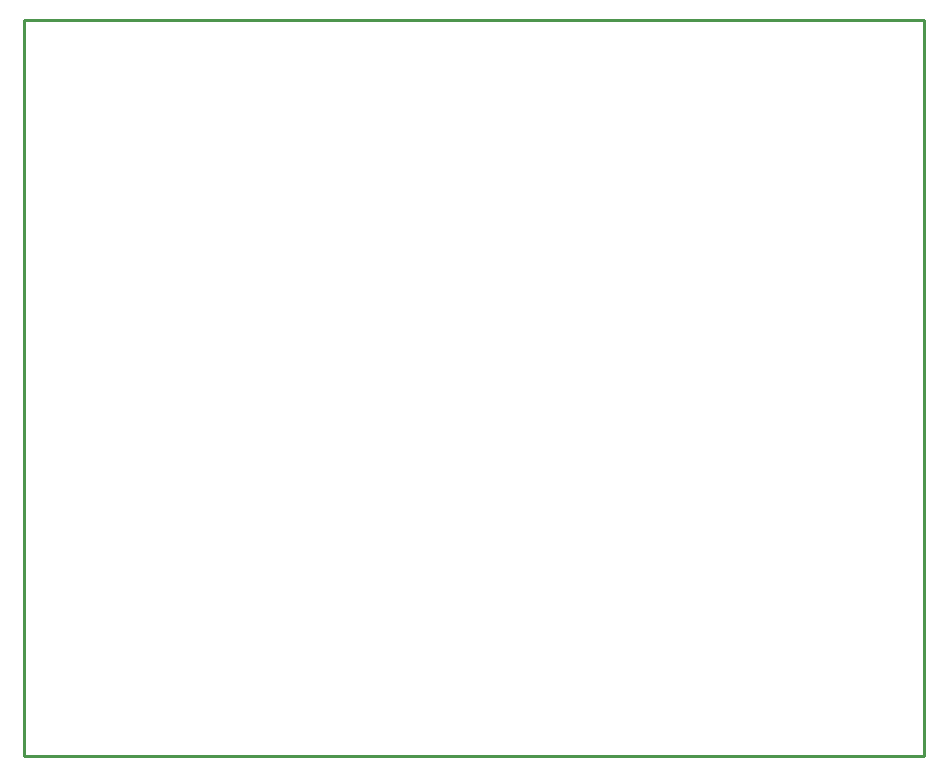
<source format=gko>
%FSLAX42Y42*%
%MOMM*%
G71*
G01*
G75*
G04 Layer_Color=16711935*
%ADD10R,1.30X1.50*%
%ADD11R,1.00X1.10*%
%ADD12R,1.10X1.00*%
%ADD13O,2.20X0.60*%
%ADD14R,1.50X1.30*%
%ADD15R,1.40X3.00*%
%ADD16R,3.00X1.40*%
%ADD17O,1.00X3.20*%
%ADD18R,1.00X3.20*%
%ADD19R,2.00X1.10*%
%ADD20R,6.00X2.00*%
%ADD21R,2.00X6.00*%
%ADD22R,0.80X2.00*%
%ADD23R,1.75X3.50*%
%ADD24R,1.75X1.10*%
%ADD25R,1.75X1.10*%
%ADD26R,2.30X2.30*%
%ADD27R,0.90X0.95*%
%ADD28R,0.90X0.95*%
%ADD29R,0.65X1.10*%
%ADD30R,0.55X1.45*%
%ADD31R,0.55X1.45*%
%ADD32R,1.00X1.00*%
%ADD33R,3.30X1.40*%
%ADD34C,1.00*%
%ADD35R,1.20X0.23*%
%ADD36C,0.40*%
%ADD37C,0.45*%
%ADD38C,0.25*%
%ADD39C,0.60*%
%ADD40C,0.25*%
%ADD41C,0.30*%
%ADD42C,1.52*%
%ADD43C,3.22*%
%ADD44C,1.68*%
%ADD45C,1.50*%
%ADD46R,1.50X1.50*%
%ADD47R,1.50X1.50*%
%ADD48C,1.85*%
%ADD49R,1.85X1.85*%
G04:AMPARAMS|DCode=50|XSize=1.25mm|YSize=2mm|CornerRadius=0.31mm|HoleSize=0mm|Usage=FLASHONLY|Rotation=270.000|XOffset=0mm|YOffset=0mm|HoleType=Round|Shape=RoundedRectangle|*
%AMROUNDEDRECTD50*
21,1,1.25,1.38,0,0,270.0*
21,1,0.63,2.00,0,0,270.0*
1,1,0.63,-0.69,-0.31*
1,1,0.63,-0.69,0.31*
1,1,0.63,0.69,0.31*
1,1,0.63,0.69,-0.31*
%
%ADD50ROUNDEDRECTD50*%
G04:AMPARAMS|DCode=51|XSize=1.25mm|YSize=1.8mm|CornerRadius=0.31mm|HoleSize=0mm|Usage=FLASHONLY|Rotation=270.000|XOffset=0mm|YOffset=0mm|HoleType=Round|Shape=RoundedRectangle|*
%AMROUNDEDRECTD51*
21,1,1.25,1.18,0,0,270.0*
21,1,0.63,1.80,0,0,270.0*
1,1,0.63,-0.59,-0.31*
1,1,0.63,-0.59,0.31*
1,1,0.63,0.59,0.31*
1,1,0.63,0.59,-0.31*
%
%ADD51ROUNDEDRECTD51*%
%ADD52C,0.70*%
%ADD53C,0.66*%
%ADD54O,0.85X0.30*%
%ADD55O,0.30X0.85*%
%ADD56R,2.80X2.80*%
%ADD57O,0.25X0.75*%
%ADD58O,0.75X0.25*%
%ADD59R,3.80X3.80*%
%ADD60R,1.70X1.10*%
%ADD61R,1.40X3.30*%
%ADD62R,2.00X0.70*%
%ADD63C,0.50*%
%ADD64C,0.10*%
%ADD65C,0.20*%
%ADD66C,0.10*%
%ADD67C,0.80*%
%ADD68C,0.13*%
%ADD69C,0.20*%
%ADD70R,0.70X0.60*%
%ADD71R,0.60X0.70*%
%ADD72R,1.50X1.70*%
%ADD73R,1.20X1.30*%
%ADD74R,1.30X1.20*%
%ADD75O,2.40X0.80*%
%ADD76R,1.70X1.50*%
%ADD77R,1.60X3.20*%
%ADD78R,3.20X1.60*%
%ADD79O,1.20X3.40*%
%ADD80R,1.20X3.40*%
%ADD81R,2.20X1.30*%
%ADD82R,6.20X2.20*%
%ADD83R,2.20X6.20*%
%ADD84R,1.00X2.20*%
%ADD85R,1.95X3.70*%
%ADD86R,1.95X1.30*%
%ADD87R,1.95X1.30*%
%ADD88R,2.50X2.50*%
%ADD89R,1.10X1.15*%
%ADD90R,1.10X1.15*%
%ADD91R,0.85X1.30*%
%ADD92R,0.75X1.65*%
%ADD93R,0.75X1.65*%
%ADD94R,1.20X1.20*%
%ADD95R,3.50X1.60*%
%ADD96C,1.20*%
%ADD97R,1.40X0.43*%
%ADD98C,1.73*%
%ADD99C,3.42*%
%ADD100C,1.88*%
%ADD101C,1.70*%
%ADD102R,1.70X1.70*%
%ADD103R,1.70X1.70*%
%ADD104C,2.05*%
%ADD105R,2.05X2.05*%
G04:AMPARAMS|DCode=106|XSize=1.45mm|YSize=2.2mm|CornerRadius=0.41mm|HoleSize=0mm|Usage=FLASHONLY|Rotation=270.000|XOffset=0mm|YOffset=0mm|HoleType=Round|Shape=RoundedRectangle|*
%AMROUNDEDRECTD106*
21,1,1.45,1.38,0,0,270.0*
21,1,0.63,2.20,0,0,270.0*
1,1,0.83,-0.69,-0.31*
1,1,0.83,-0.69,0.31*
1,1,0.83,0.69,0.31*
1,1,0.83,0.69,-0.31*
%
%ADD106ROUNDEDRECTD106*%
G04:AMPARAMS|DCode=107|XSize=1.45mm|YSize=2mm|CornerRadius=0.41mm|HoleSize=0mm|Usage=FLASHONLY|Rotation=270.000|XOffset=0mm|YOffset=0mm|HoleType=Round|Shape=RoundedRectangle|*
%AMROUNDEDRECTD107*
21,1,1.45,1.18,0,0,270.0*
21,1,0.63,2.00,0,0,270.0*
1,1,0.83,-0.59,-0.31*
1,1,0.83,-0.59,0.31*
1,1,0.83,0.59,0.31*
1,1,0.83,0.59,-0.31*
%
%ADD107ROUNDEDRECTD107*%
%ADD108O,1.05X0.50*%
%ADD109O,0.50X1.05*%
%ADD110R,3.00X3.00*%
%ADD111O,0.45X0.95*%
%ADD112O,0.95X0.45*%
%ADD113R,4.00X4.00*%
%ADD114R,1.90X1.30*%
%ADD115R,1.60X3.50*%
%ADD116R,2.20X0.90*%
%ADD117C,0.22*%
D38*
X1275Y-2392D02*
Y3840D01*
X-6345D02*
X1275D01*
X-6345Y-2392D02*
Y3840D01*
Y-2392D02*
X1275D01*
M02*

</source>
